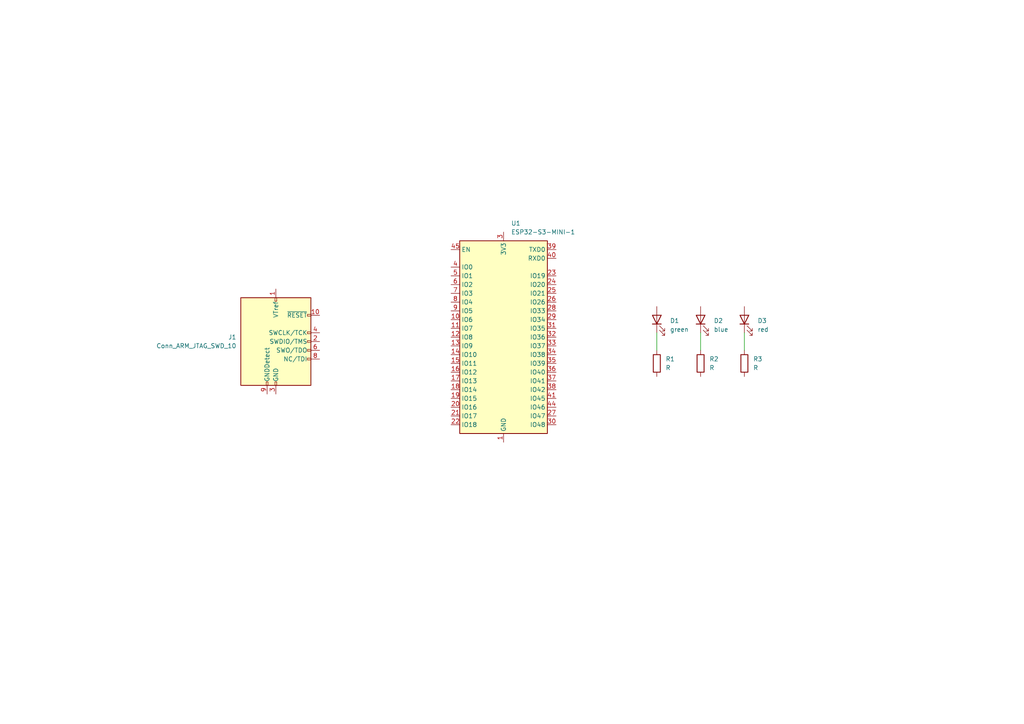
<source format=kicad_sch>
(kicad_sch (version 20231120) (generator "eeschema") (generator_version "8.0")
  (paper "A4")
  (title_block (title "soundbox"))
  (lib_symbols
    (symbol "Connector:Conn_ARM_JTAG_SWD_10" (pin_names (offset 1.016))
      (property "Reference" "J" (at -2.54 16.51 0))
      (property "Value" "Conn_ARM_JTAG_SWD_10" (at -2.54 13.97 0))
      (symbol "Conn_ARM_JTAG_SWD_10_0_1"
        (rectangle (start -10.16 12.7) (end 10.16 -12.7) (stroke (width 0.254)) (fill (type background)))
        (rectangle (start -2.794 -12.7) (end -2.286 -11.684))
        (rectangle (start -0.254 -12.7) (end 0.254 -11.684))
        (rectangle (start -0.254 12.7) (end 0.254 11.684))
        (rectangle (start 9.144 2.286) (end 10.16 2.794))
        (rectangle (start 10.16 -2.794) (end 9.144 -2.286))
        (rectangle (start 10.16 -0.254) (end 9.144 0.254))
        (rectangle (start 10.16 7.874) (end 9.144 7.366))
      )
      (symbol "Conn_ARM_JTAG_SWD_10_1_1"
        (rectangle (start 9.144 -5.334) (end 10.16 -4.826))
        (pin power_in line (at 0 15.24 270) (length 2.54) (name "VTref") (number "1"))
        (pin open_collector line (at 12.7 7.62 180) (length 2.54) (name "~{RESET}") (number "10"))
        (pin bidirectional line (at 12.7 0 180) (length 2.54) (name "SWDIO/TMS") (number "2"))
        (pin power_in line (at 0 -15.24 90) (length 2.54) (name "GND") (number "3"))
        (pin output line (at 12.7 2.54 180) (length 2.54) (name "SWCLK/TCK") (number "4"))
        (pin passive line (at 0 -15.24 90) (length 2.54) hide (name "GND") (number "5"))
        (pin input line (at 12.7 -2.54 180) (length 2.54) (name "SWO/TDO") (number "6"))
        (pin no_connect line (at -10.16 0 0) (length 2.54) hide (name "KEY") (number "7"))
        (pin output line (at 12.7 -5.08 180) (length 2.54) (name "NC/TDI") (number "8"))
        (pin passive line (at -2.54 -15.24 90) (length 2.54) (name "GNDDetect") (number "9"))
      )
    )
    (symbol "Device:LED" (pin_numbers hide) (pin_names (offset 1.016) hide)
      (property "Reference" "D" (at 0 2.54 0))
      (property "Value" "LED" (at 0 -2.54 0))
      (symbol "LED_0_1"
        (polyline (pts (xy -1.27 -1.27) (xy -1.27 1.27)) (stroke (width 0.254)))
        (polyline (pts (xy -1.27 0) (xy 1.27 0)))
        (polyline (pts (xy 1.27 -1.27) (xy 1.27 1.27) (xy -1.27 0) (xy 1.27 -1.27)) (stroke (width 0.254)))
        (polyline (pts (xy -3.048 -0.762) (xy -4.572 -2.286) (xy -3.81 -2.286) (xy -4.572 -2.286) (xy -4.572 -1.524)))
        (polyline (pts (xy -1.778 -0.762) (xy -3.302 -2.286) (xy -2.54 -2.286) (xy -3.302 -2.286) (xy -3.302 -1.524)))
      )
      (symbol "LED_1_1"
        (pin passive line (at -3.81 0 0) (length 2.54) (name "K") (number "1"))
        (pin passive line (at 3.81 0 180) (length 2.54) (name "A") (number "2"))
      )
    )
    (symbol "Device:R" (pin_numbers hide) (pin_names (offset 0))
      (property "Reference" "R" (at 2.032 0 90))
      (property "Value" "R" (at 0 0 90))
      (symbol "R_0_1"
        (rectangle (start -1.016 -2.54) (end 1.016 2.54) (stroke (width 0.254)))
      )
      (symbol "R_1_1"
        (pin passive line (at 0 3.81 270) (length 1.27) (name "~") (number "1"))
        (pin passive line (at 0 -3.81 90) (length 1.27) (name "~") (number "2"))
      )
    )
    (symbol "RF_Module:ESP32-S3-MINI-1"
      (property "Reference" "U" (at -11.43 29.21 0))
      (property "Value" "ESP32-S3-MINI-1" (at 12.7 29.21 0))
      (symbol "ESP32-S3-MINI-1_0_1"
        (rectangle (start -12.7 27.94) (end 12.7 -27.94) (stroke (width 0.254)) (fill (type background)))
      )
      (symbol "ESP32-S3-MINI-1_1_1"
        (pin power_in line (at 0 -30.48 90) (length 2.54) (name "GND") (number "1"))
        (pin bidirectional line (at -15.24 5.08 0) (length 2.54) (name "IO6") (number "10"))
        (pin bidirectional line (at -15.24 2.54 0) (length 2.54) (name "IO7") (number "11"))
        (pin bidirectional line (at -15.24 0 0) (length 2.54) (name "IO8") (number "12"))
        (pin bidirectional line (at -15.24 -2.54 0) (length 2.54) (name "IO9") (number "13"))
        (pin bidirectional line (at -15.24 -5.08 0) (length 2.54) (name "IO10") (number "14"))
        (pin bidirectional line (at -15.24 -7.62 0) (length 2.54) (name "IO11") (number "15"))
        (pin bidirectional line (at -15.24 -10.16 0) (length 2.54) (name "IO12") (number "16"))
        (pin bidirectional line (at -15.24 -12.7 0) (length 2.54) (name "IO13") (number "17"))
        (pin bidirectional line (at -15.24 -15.24 0) (length 2.54) (name "IO14") (number "18"))
        (pin bidirectional line (at -15.24 -17.78 0) (length 2.54) (name "IO15") (number "19"))
        (pin passive line (at 0 -30.48 90) (length 2.54) hide (name "GND") (number "2"))
        (pin bidirectional line (at -15.24 -20.32 0) (length 2.54) (name "IO16") (number "20"))
        (pin bidirectional line (at -15.24 -22.86 0) (length 2.54) (name "IO17") (number "21"))
        (pin bidirectional line (at -15.24 -25.4 0) (length 2.54) (name "IO18") (number "22"))
        (pin bidirectional line (at 15.24 17.78 180) (length 2.54) (name "IO19") (number "23"))
        (pin bidirectional line (at 15.24 15.24 180) (length 2.54) (name "IO20") (number "24"))
        (pin bidirectional line (at 15.24 12.7 180) (length 2.54) (name "IO21") (number "25"))
        (pin bidirectional line (at 15.24 10.16 180) (length 2.54) (name "IO26") (number "26"))
        (pin bidirectional line (at 15.24 -22.86 180) (length 2.54) (name "IO47") (number "27"))
        (pin bidirectional line (at 15.24 7.62 180) (length 2.54) (name "IO33") (number "28"))
        (pin bidirectional line (at 15.24 5.08 180) (length 2.54) (name "IO34") (number "29"))
        (pin power_in line (at 0 30.48 270) (length 2.54) (name "3V3") (number "3"))
        (pin bidirectional line (at 15.24 -25.4 180) (length 2.54) (name "IO48") (number "30"))
        (pin bidirectional line (at 15.24 2.54 180) (length 2.54) (name "IO35") (number "31"))
        (pin bidirectional line (at 15.24 0 180) (length 2.54) (name "IO36") (number "32"))
        (pin bidirectional line (at 15.24 -2.54 180) (length 2.54) (name "IO37") (number "33"))
        (pin bidirectional line (at 15.24 -5.08 180) (length 2.54) (name "IO38") (number "34"))
        (pin bidirectional line (at 15.24 -7.62 180) (length 2.54) (name "IO39") (number "35"))
        (pin bidirectional line (at 15.24 -10.16 180) (length 2.54) (name "IO40") (number "36"))
        (pin bidirectional line (at 15.24 -12.7 180) (length 2.54) (name "IO41") (number "37"))
        (pin bidirectional line (at 15.24 -15.24 180) (length 2.54) (name "IO42") (number "38"))
        (pin bidirectional line (at 15.24 25.4 180) (length 2.54) (name "TXD0") (number "39"))
        (pin bidirectional line (at -15.24 20.32 0) (length 2.54) (name "IO0") (number "4"))
        (pin bidirectional line (at 15.24 22.86 180) (length 2.54) (name "RXD0") (number "40"))
        (pin bidirectional line (at 15.24 -17.78 180) (length 2.54) (name "IO45") (number "41"))
        (pin passive line (at 0 -30.48 90) (length 2.54) hide (name "GND") (number "42"))
        (pin passive line (at 0 -30.48 90) (length 2.54) hide (name "GND") (number "43"))
        (pin bidirectional line (at 15.24 -20.32 180) (length 2.54) (name "IO46") (number "44"))
        (pin input line (at -15.24 25.4 0) (length 2.54) (name "EN") (number "45"))
        (pin passive line (at 0 -30.48 90) (length 2.54) hide (name "GND") (number "46"))
        (pin passive line (at 0 -30.48 90) (length 2.54) hide (name "GND") (number "47"))
        (pin passive line (at 0 -30.48 90) (length 2.54) hide (name "GND") (number "48"))
        (pin passive line (at 0 -30.48 90) (length 2.54) hide (name "GND") (number "49"))
        (pin bidirectional line (at -15.24 17.78 0) (length 2.54) (name "IO1") (number "5"))
        (pin passive line (at 0 -30.48 90) (length 2.54) hide (name "GND") (number "50"))
        (pin passive line (at 0 -30.48 90) (length 2.54) hide (name "GND") (number "51"))
        (pin passive line (at 0 -30.48 90) (length 2.54) hide (name "GND") (number "52"))
        (pin passive line (at 0 -30.48 90) (length 2.54) hide (name "GND") (number "53"))
        (pin passive line (at 0 -30.48 90) (length 2.54) hide (name "GND") (number "54"))
        (pin passive line (at 0 -30.48 90) (length 2.54) hide (name "GND") (number "55"))
        (pin passive line (at 0 -30.48 90) (length 2.54) hide (name "GND") (number "56"))
        (pin passive line (at 0 -30.48 90) (length 2.54) hide (name "GND") (number "57"))
        (pin passive line (at 0 -30.48 90) (length 2.54) hide (name "GND") (number "58"))
        (pin passive line (at 0 -30.48 90) (length 2.54) hide (name "GND") (number "59"))
        (pin bidirectional line (at -15.24 15.24 0) (length 2.54) (name "IO2") (number "6"))
        (pin passive line (at 0 -30.48 90) (length 2.54) hide (name "GND") (number "60"))
        (pin passive line (at 0 -30.48 90) (length 2.54) hide (name "GND") (number "61"))
        (pin passive line (at 0 -30.48 90) (length 2.54) hide (name "GND") (number "62"))
        (pin passive line (at 0 -30.48 90) (length 2.54) hide (name "GND") (number "63"))
        (pin passive line (at 0 -30.48 90) (length 2.54) hide (name "GND") (number "64"))
        (pin passive line (at 0 -30.48 90) (length 2.54) hide (name "GND") (number "65"))
        (pin bidirectional line (at -15.24 12.7 0) (length 2.54) (name "IO3") (number "7"))
        (pin bidirectional line (at -15.24 10.16 0) (length 2.54) (name "IO4") (number "8"))
        (pin bidirectional line (at -15.24 7.62 0) (length 2.54) (name "IO5") (number "9"))
      )
    )
  )
  (wire (pts (xy 190.5 96.52) (xy 190.5 101.6)))
  (wire (pts (xy 203.2 96.52) (xy 203.2 101.6)))
  (wire (pts (xy 215.9 96.52) (xy 215.9 101.6)))
  (symbol (lib_id "RF_Module:ESP32-S3-MINI-1") (at 146.05 97.79 0) (unit 1)
    (property "Reference" "U1" (at 148.2441 64.77 0) (effects (justify left)))
    (property "Value" "ESP32-S3-MINI-1" (at 148.2441 67.31 0) (effects (justify left)))
    (property "Footprint" "RF_Module:ESP32-S2-MINI-1" (effects (hide yes)))
    (property "Datasheet" "https://www.espressif.com/sites/default/files/documentation/esp32-s3-mini-1_mini-1u_datasheet_en.pdf" (effects (hide yes)))
    (property "Description" "RF Module, ESP32-S3 SoC, Wi-Fi 802.11b/g/n, Bluetooth, BLE, 32-bit, 3.3V, SMD, onboard antenna" (effects (hide yes)))
  )
  (symbol (lib_id "Connector:Conn_ARM_JTAG_SWD_10") (at 80.01 99.06 0) (unit 1)
    (property "Reference" "J1" (at 68.58 97.7899 0) (effects (justify right)))
    (property "Value" "Conn_ARM_JTAG_SWD_10" (at 68.58 100.3299 0) (effects (justify right)))
    (property "Datasheet" "http://infocenter.arm.com/help/topic/com.arm.doc.ddi0314h/DDI0314H_coresight_components_trm.pdf" (effects (hide yes)))
    (property "Description" "Cortex Debug Connector, standard ARM Cortex-M SWD and JTAG interface" (effects (hide yes)))
  )
  (symbol (lib_id "Device:R") (at 215.9 105.41 0) (unit 1)
    (property "Reference" "R3" (at 218.44 104.1399 0) (effects (justify left)))
    (property "Value" "R" (at 218.44 106.6799 0) (effects (justify left)))
    (property "Description" "Resistor" (effects (hide yes)))
  )
  (symbol (lib_id "Device:R") (at 203.2 105.41 0) (unit 1)
    (property "Reference" "R2" (at 205.74 104.1399 0) (effects (justify left)))
    (property "Value" "R" (at 205.74 106.6799 0) (effects (justify left)))
    (property "Description" "Resistor" (effects (hide yes)))
  )
  (symbol (lib_id "Device:LED") (at 190.5 92.71 90) (unit 1)
    (property "Reference" "D1" (at 194.31 93.0274 90) (effects (justify right)))
    (property "Value" "green" (at 194.31 95.5674 90) (effects (justify right)))
    (property "Description" "Light emitting diode" (effects (hide yes)))
  )
  (symbol (lib_id "Device:R") (at 190.5 105.41 0) (unit 1)
    (property "Reference" "R1" (at 193.04 104.1399 0) (effects (justify left)))
    (property "Value" "R" (at 193.04 106.6799 0) (effects (justify left)))
    (property "Description" "Resistor" (effects (hide yes)))
  )
  (symbol (lib_id "Device:LED") (at 215.9 92.71 90) (unit 1)
    (property "Reference" "D3" (at 219.71 93.0274 90) (effects (justify right)))
    (property "Value" "red" (at 219.71 95.5674 90) (effects (justify right)))
    (property "Description" "Light emitting diode" (effects (hide yes)))
  )
  (symbol (lib_id "Device:LED") (at 203.2 92.71 90) (unit 1)
    (property "Reference" "D2" (at 207.01 93.0274 90) (effects (justify right)))
    (property "Value" "blue" (at 207.01 95.5674 90) (effects (justify right)))
    (property "Description" "Light emitting diode" (effects (hide yes)))
  )
)
</source>
